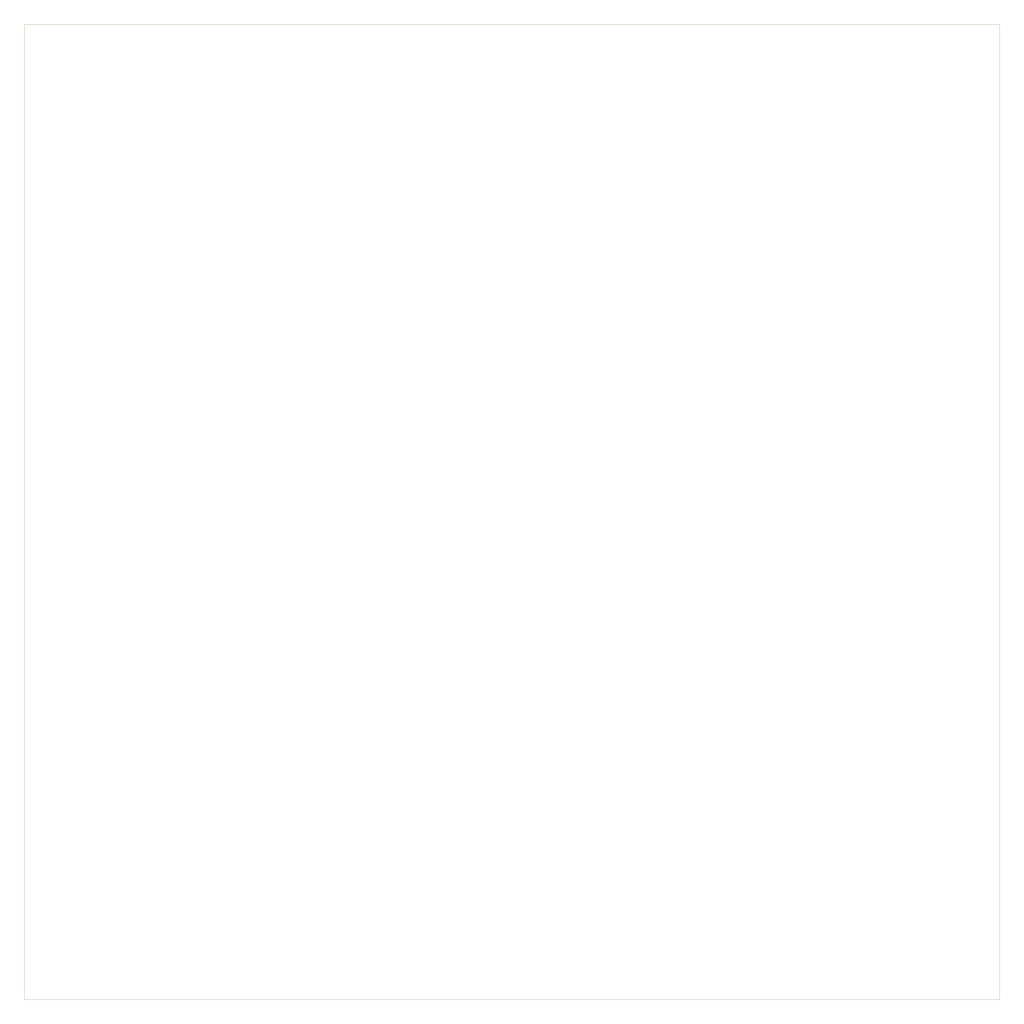
<source format=gbr>
G04 #@! TF.FileFunction,Profile,NP*
%FSLAX46Y46*%
G04 Gerber Fmt 4.6, Leading zero omitted, Abs format (unit mm)*
G04 Created by KiCad (PCBNEW 4.0.0-rc1-stable) date 11/11/2015 8:45:12 PM*
%MOMM*%
G01*
G04 APERTURE LIST*
%ADD10C,0.100000*%
G04 APERTURE END LIST*
D10*
X16791432Y-20389596D02*
X16791432Y-418586412D01*
X414988248Y-20389596D02*
X16791432Y-20389596D01*
X414988248Y-418586412D02*
X414988248Y-20389596D01*
X16791432Y-418586412D02*
X414988248Y-418586412D01*
M02*

</source>
